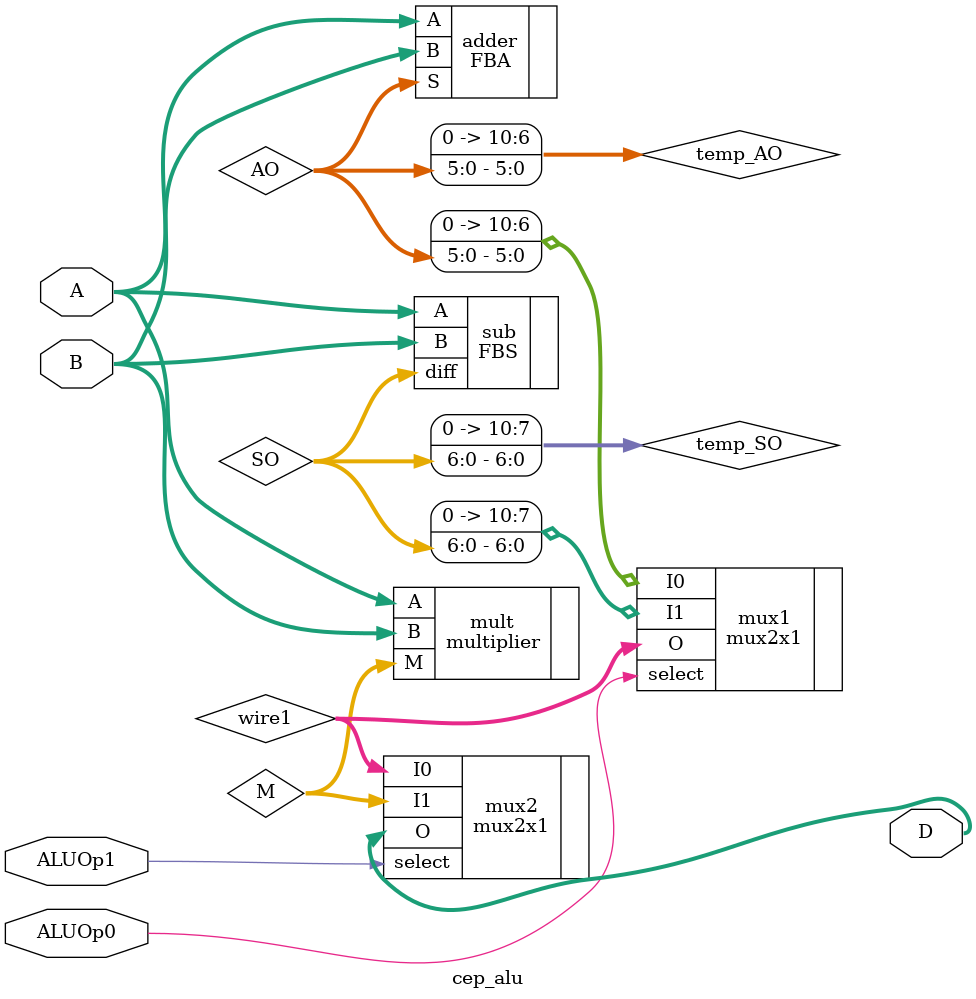
<source format=v>
module cep_alu (
    input [4:0] A, B,
    input ALUOp0, ALUOp1,
    output [10:0] D
);

    wire [5:0] AO;       // Adder output
    wire [6:0] SO;       // Subtractor output
    wire [10:0] M;       // Multiplier output
    wire [10:0] temp_AO; // Extended Adder output
    wire [10:0] temp_SO; // Extended Subtractor output
    wire [10:0] wire1;   // Intermediate mux output

    // Instantiate the 5-bit Adder
    FBA adder (
        .A(A),
        .B(B),
        .S(AO)
    );

    // Zero-extend Adder result to 11 bits
    assign temp_AO = {5'b00000, AO};

    // Instantiate the 5-bit Subtractor
    FBS sub (
        .A(A),
        .B(B),
        .diff(SO)
    );

    // Zero-extend Subtractor result to 11 bits
    assign temp_SO = {4'b0000, SO};

    // Instantiate the Multiplier (shift-add based)
    multiplier mult (
        .A(A),
        .B(B),
        .M(M)
    );

    // First multiplexer: selects between Adder and Subtractor
    mux2x1 mux1 (
        .I0(temp_AO),
        .I1(temp_SO),
        .select(ALUOp0),
        .O(wire1)
    );

    // Second multiplexer: selects between output of mux1 and Multiplier
    mux2x1 mux2 (
        .I0(wire1),
        .I1(M),
        .select(ALUOp1),
        .O(D)
    );

endmodule

</source>
